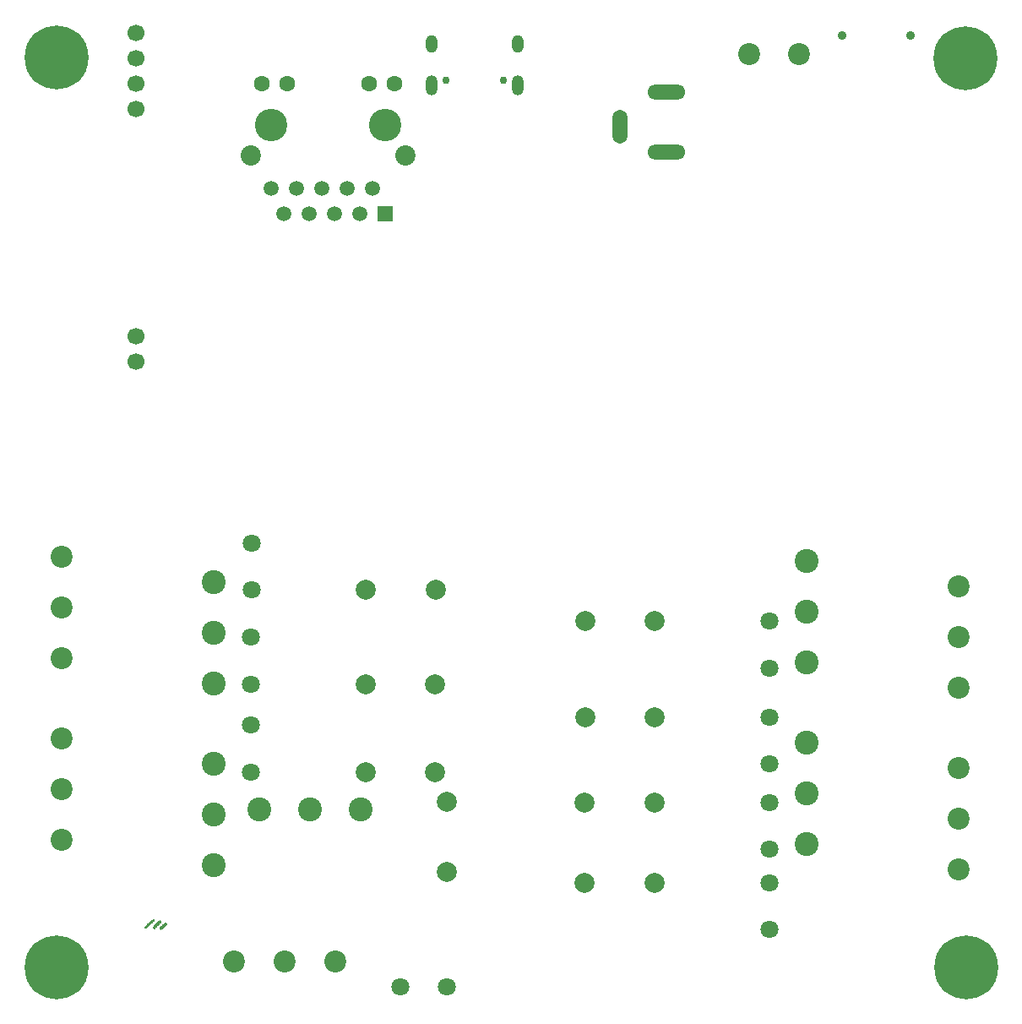
<source format=gbr>
%TF.GenerationSoftware,KiCad,Pcbnew,9.0.2*%
%TF.CreationDate,2025-12-13T10:39:55-05:00*%
%TF.ProjectId,Nif-T,4e69662d-542e-46b6-9963-61645f706362,rev?*%
%TF.SameCoordinates,Original*%
%TF.FileFunction,Soldermask,Bot*%
%TF.FilePolarity,Negative*%
%FSLAX46Y46*%
G04 Gerber Fmt 4.6, Leading zero omitted, Abs format (unit mm)*
G04 Created by KiCad (PCBNEW 9.0.2) date 2025-12-13 10:39:55*
%MOMM*%
%LPD*%
G01*
G04 APERTURE LIST*
%ADD10C,0.000000*%
%ADD11C,1.800000*%
%ADD12C,2.000000*%
%ADD13C,2.200000*%
%ADD14C,2.400000*%
%ADD15C,0.800000*%
%ADD16C,6.400000*%
%ADD17C,3.250000*%
%ADD18R,1.500000X1.500000*%
%ADD19C,1.500000*%
%ADD20C,1.600000*%
%ADD21C,2.030000*%
%ADD22O,3.800000X1.500000*%
%ADD23O,1.500000X3.400000*%
%ADD24C,0.750000*%
%ADD25O,1.200000X2.000000*%
%ADD26O,1.200000X1.800000*%
%ADD27C,0.900000*%
%ADD28C,1.700000*%
G04 APERTURE END LIST*
D10*
%TO.C,G\u002A\u002A\u002A*%
G36*
X165409494Y-141114597D02*
G01*
X165445896Y-141145867D01*
X165447286Y-141147254D01*
X165482964Y-141189521D01*
X165498991Y-141229642D01*
X165494206Y-141272950D01*
X165467446Y-141324775D01*
X165417551Y-141390448D01*
X165386323Y-141426990D01*
X165355058Y-141466684D01*
X165335773Y-141498682D01*
X165332789Y-141508852D01*
X165319646Y-141527451D01*
X165309830Y-141529442D01*
X165284401Y-141542729D01*
X165277403Y-141554150D01*
X165255124Y-141574239D01*
X165233193Y-141578858D01*
X165200092Y-141590029D01*
X165160231Y-141617872D01*
X165149048Y-141628275D01*
X165115098Y-141658925D01*
X165089509Y-141676250D01*
X165084427Y-141677691D01*
X165070931Y-141691052D01*
X165069222Y-141702399D01*
X165056037Y-141724237D01*
X165044514Y-141727107D01*
X165022555Y-141738177D01*
X165019677Y-141747697D01*
X165005777Y-141769145D01*
X164963071Y-141795707D01*
X164908758Y-141820685D01*
X164886578Y-141815529D01*
X164878169Y-141802941D01*
X164857767Y-141780002D01*
X164845086Y-141776524D01*
X164824787Y-141763300D01*
X164822140Y-141751815D01*
X164813246Y-141729895D01*
X164805668Y-141727107D01*
X164791055Y-141740449D01*
X164789196Y-141751815D01*
X164775463Y-141771938D01*
X164756252Y-141776524D01*
X164728722Y-141764876D01*
X164723308Y-141743579D01*
X164733607Y-141716750D01*
X164748016Y-141710635D01*
X164762916Y-141702502D01*
X164770588Y-141673961D01*
X164772724Y-141620039D01*
X164774942Y-141565403D01*
X164782726Y-141537275D01*
X164797432Y-141529442D01*
X164817554Y-141515709D01*
X164822140Y-141496498D01*
X164832440Y-141469668D01*
X164846849Y-141463553D01*
X164868728Y-141452301D01*
X164871557Y-141442591D01*
X164884817Y-141421939D01*
X164917672Y-141397121D01*
X164927523Y-141391489D01*
X164974283Y-141355369D01*
X165011838Y-141308592D01*
X165013630Y-141305382D01*
X165041898Y-141265550D01*
X165074764Y-141250353D01*
X165089440Y-141249416D01*
X165125904Y-141241545D01*
X165135111Y-141224708D01*
X165148358Y-141203058D01*
X165160609Y-141200000D01*
X165188189Y-141188341D01*
X165220432Y-141160052D01*
X165222405Y-141157801D01*
X165277200Y-141119267D01*
X165327888Y-141106322D01*
X165375808Y-141103353D01*
X165409494Y-141114597D01*
G37*
G36*
X164847012Y-140862392D02*
G01*
X164887318Y-140882911D01*
X164909003Y-140919253D01*
X164921680Y-140971865D01*
X164924711Y-141028939D01*
X164917458Y-141078663D01*
X164899519Y-141109060D01*
X164876371Y-141141522D01*
X164871557Y-141164753D01*
X164864686Y-141190310D01*
X164838038Y-141199471D01*
X164822140Y-141200000D01*
X164783973Y-141206891D01*
X164772724Y-141222945D01*
X164759437Y-141248374D01*
X164748016Y-141255373D01*
X164726189Y-141272799D01*
X164723308Y-141281843D01*
X164710940Y-141308065D01*
X164681388Y-141339474D01*
X164645981Y-141364752D01*
X164635428Y-141369635D01*
X164608094Y-141391893D01*
X164588744Y-141421911D01*
X164567662Y-141452513D01*
X164547706Y-141463553D01*
X164529809Y-141477289D01*
X164525642Y-141496498D01*
X164518419Y-141523259D01*
X164508384Y-141529442D01*
X164486357Y-141540529D01*
X164455873Y-141567532D01*
X164452960Y-141570622D01*
X164421883Y-141598703D01*
X164397541Y-141611696D01*
X164396095Y-141611802D01*
X164378356Y-141623607D01*
X164377393Y-141629061D01*
X164365847Y-141651085D01*
X164338521Y-141681719D01*
X164306381Y-141710341D01*
X164280396Y-141726329D01*
X164276155Y-141727107D01*
X164263665Y-141740484D01*
X164262088Y-141751815D01*
X164253194Y-141773736D01*
X164245616Y-141776524D01*
X164229747Y-141763884D01*
X164229144Y-141759265D01*
X164217598Y-141737241D01*
X164190272Y-141706607D01*
X164158132Y-141677985D01*
X164132147Y-141661997D01*
X164127906Y-141661219D01*
X164120313Y-141646296D01*
X164115206Y-141607686D01*
X164113839Y-141567523D01*
X164118957Y-141496550D01*
X164136648Y-141443224D01*
X164150902Y-141419387D01*
X164177736Y-141384853D01*
X164198845Y-141366005D01*
X164202620Y-141364833D01*
X164225242Y-141351520D01*
X164248230Y-141321429D01*
X164261125Y-141288898D01*
X164261565Y-141284024D01*
X164272959Y-141259469D01*
X164301156Y-141224034D01*
X164317417Y-141207246D01*
X164352993Y-141169319D01*
X164377858Y-141136660D01*
X164382788Y-141127339D01*
X164400090Y-141104618D01*
X164409821Y-141101167D01*
X164424890Y-141087833D01*
X164426810Y-141076459D01*
X164439995Y-141054621D01*
X164451518Y-141051751D01*
X164473438Y-141042856D01*
X164476226Y-141035278D01*
X164489424Y-141020345D01*
X164499013Y-141018806D01*
X164521138Y-141005006D01*
X164530415Y-140985862D01*
X164551738Y-140958306D01*
X164571754Y-140952918D01*
X164603112Y-140941958D01*
X164613960Y-140928210D01*
X164636632Y-140906287D01*
X164649843Y-140903502D01*
X164682727Y-140892531D01*
X164700953Y-140878793D01*
X164739176Y-140859946D01*
X164792724Y-140854586D01*
X164847012Y-140862392D01*
G37*
G36*
X164253852Y-140763489D02*
G01*
X164258918Y-140833495D01*
X164258496Y-140878936D01*
X164250330Y-140902071D01*
X164246563Y-140903502D01*
X164233948Y-140917716D01*
X164229144Y-140949032D01*
X164223324Y-140981248D01*
X164200394Y-141004441D01*
X164163143Y-141023157D01*
X164119806Y-141040711D01*
X164089446Y-141050799D01*
X164083857Y-141051751D01*
X164069727Y-141065504D01*
X164052017Y-141099378D01*
X164048817Y-141107195D01*
X164012627Y-141160180D01*
X163971618Y-141184394D01*
X163935024Y-141204168D01*
X163916673Y-141224691D01*
X163916174Y-141227782D01*
X163902984Y-141247099D01*
X163892239Y-141249416D01*
X163870375Y-141263029D01*
X163846216Y-141296772D01*
X163840946Y-141307068D01*
X163817966Y-141344149D01*
X163795302Y-141363783D01*
X163790756Y-141364721D01*
X163770068Y-141374245D01*
X163767925Y-141381193D01*
X163754481Y-141395558D01*
X163741675Y-141397665D01*
X163716467Y-141411454D01*
X163707107Y-141429470D01*
X163689548Y-141460227D01*
X163675705Y-141470133D01*
X163654952Y-141492306D01*
X163652620Y-141504217D01*
X163640555Y-141526406D01*
X163629674Y-141529442D01*
X163604245Y-141542729D01*
X163597247Y-141554150D01*
X163575002Y-141574107D01*
X163552377Y-141578858D01*
X163521252Y-141590182D01*
X163480320Y-141619151D01*
X163455550Y-141642166D01*
X163398795Y-141692788D01*
X163352835Y-141714791D01*
X163314092Y-141709201D01*
X163289594Y-141689682D01*
X163265667Y-141654737D01*
X163257290Y-141626931D01*
X163244651Y-141597607D01*
X163232581Y-141589374D01*
X163210669Y-141567360D01*
X163207873Y-141554667D01*
X163220829Y-141532498D01*
X163232581Y-141529442D01*
X163253249Y-141515905D01*
X163257290Y-141499604D01*
X163267491Y-141468900D01*
X163291521Y-141433472D01*
X163319516Y-141405811D01*
X163337765Y-141397665D01*
X163359442Y-141385872D01*
X163393509Y-141355889D01*
X163432496Y-141315810D01*
X163468931Y-141273730D01*
X163495343Y-141237741D01*
X163504371Y-141217167D01*
X163518592Y-141204541D01*
X163549670Y-141199476D01*
X163608689Y-141185181D01*
X163649255Y-141146696D01*
X163657242Y-141129993D01*
X163674217Y-141105710D01*
X163685048Y-141101167D01*
X163700815Y-141088163D01*
X163702037Y-141080480D01*
X163715622Y-141060084D01*
X163748472Y-141039250D01*
X163750059Y-141038536D01*
X163794751Y-141008381D01*
X163826703Y-140972744D01*
X163857878Y-140932509D01*
X163898933Y-140889837D01*
X163941566Y-140852230D01*
X163977479Y-140827190D01*
X163994417Y-140821154D01*
X164021043Y-140810395D01*
X164044450Y-140791698D01*
X164077710Y-140771972D01*
X164130908Y-140763521D01*
X164163873Y-140762871D01*
X164253852Y-140763489D01*
G37*
%TD*%
D11*
%TO.C,RLY6*%
X173900000Y-117200000D03*
D12*
X185400000Y-117200000D03*
X192400000Y-117200000D03*
D11*
X173900000Y-112500000D03*
%TD*%
D13*
%TO.C,U8*%
X244820000Y-135750000D03*
X244820000Y-130670000D03*
X244820000Y-125590000D03*
D14*
X229580000Y-123050000D03*
X229580000Y-128130000D03*
X229580000Y-133210000D03*
%TD*%
D15*
%TO.C,H4*%
X243200000Y-145600000D03*
X243902944Y-143902944D03*
X243902944Y-147297056D03*
X245600000Y-143200000D03*
D16*
X245600000Y-145600000D03*
D15*
X245600000Y-148000000D03*
X247297056Y-143902944D03*
X247297056Y-147297056D03*
X248000000Y-145600000D03*
%TD*%
%TO.C,H3*%
X152000000Y-145600000D03*
X152702944Y-143902944D03*
X152702944Y-147297056D03*
X154400000Y-143200000D03*
D16*
X154400000Y-145600000D03*
D15*
X154400000Y-148000000D03*
X156097056Y-143902944D03*
X156097056Y-147297056D03*
X156800000Y-145600000D03*
%TD*%
D11*
%TO.C,RLY4*%
X225850000Y-137100000D03*
D12*
X214350000Y-137100000D03*
X207350000Y-137100000D03*
D11*
X225850000Y-141800000D03*
%TD*%
%TO.C,RLY5*%
X173950000Y-107750000D03*
D12*
X185450000Y-107750000D03*
X192450000Y-107750000D03*
D11*
X173950000Y-103050000D03*
%TD*%
%TO.C,RLY1*%
X225900000Y-110900000D03*
D12*
X214400000Y-110900000D03*
X207400000Y-110900000D03*
D11*
X225900000Y-115600000D03*
%TD*%
D15*
%TO.C,H2*%
X243102944Y-54497056D03*
X243805888Y-52800000D03*
X243805888Y-56194112D03*
X245502944Y-52097056D03*
D16*
X245502944Y-54497056D03*
D15*
X245502944Y-56897056D03*
X247200000Y-52800000D03*
X247200000Y-56194112D03*
X247902944Y-54497056D03*
%TD*%
%TO.C,H1*%
X152000000Y-54400000D03*
X152702944Y-52702944D03*
X152702944Y-56097056D03*
X154400000Y-52000000D03*
D16*
X154400000Y-54400000D03*
D15*
X154400000Y-56800000D03*
X156097056Y-52702944D03*
X156097056Y-56097056D03*
X156800000Y-54400000D03*
%TD*%
D11*
%TO.C,RLY8*%
X193550000Y-147500000D03*
D12*
X193550000Y-136000000D03*
X193550000Y-129000000D03*
D11*
X188850000Y-147500000D03*
%TD*%
%TO.C,RLY3*%
X225850000Y-129050000D03*
D12*
X214350000Y-129050000D03*
X207350000Y-129050000D03*
D11*
X225850000Y-133750000D03*
%TD*%
D13*
%TO.C,U11*%
X172250000Y-145000000D03*
X177330000Y-145000000D03*
X182410000Y-145000000D03*
D14*
X184950000Y-129760000D03*
X179870000Y-129760000D03*
X174790000Y-129760000D03*
%TD*%
D13*
%TO.C,J2*%
X228822500Y-54037500D03*
X223822500Y-54037500D03*
%TD*%
D11*
%TO.C,RLY2*%
X225900000Y-120500000D03*
D12*
X214400000Y-120500000D03*
X207400000Y-120500000D03*
D11*
X225900000Y-125200000D03*
%TD*%
D17*
%TO.C,RJ1*%
X187350000Y-61127500D03*
X175950000Y-61127500D03*
D18*
X187370000Y-70017500D03*
D19*
X186100000Y-67477500D03*
X184830000Y-70017500D03*
X183560000Y-67477500D03*
X182290000Y-70017500D03*
X181020000Y-67477500D03*
X179750000Y-70017500D03*
X178480000Y-67477500D03*
X177210000Y-70017500D03*
X175940000Y-67477500D03*
D20*
X188280000Y-57037500D03*
X185740000Y-57037500D03*
X177560000Y-57037500D03*
X175020000Y-57037500D03*
D21*
X189400000Y-64177500D03*
X173900000Y-64177500D03*
%TD*%
D11*
%TO.C,RLY7*%
X173900000Y-126000000D03*
D12*
X185400000Y-126000000D03*
X192400000Y-126000000D03*
D11*
X173900000Y-121300000D03*
%TD*%
D22*
%TO.C,J1*%
X215600000Y-63837500D03*
X215600000Y-57837500D03*
D23*
X210940000Y-61337500D03*
%TD*%
D24*
%TO.C,P1*%
X199260000Y-56700000D03*
X193460000Y-56700000D03*
D25*
X200690000Y-57200000D03*
D26*
X200690000Y-53020000D03*
D25*
X192030000Y-57200000D03*
D26*
X192030000Y-53020000D03*
%TD*%
D27*
%TO.C,SW4*%
X240000000Y-52187500D03*
X233200000Y-52187500D03*
%TD*%
D28*
%TO.C,U3*%
X162400000Y-51920000D03*
X162400000Y-54460000D03*
X162400000Y-57000000D03*
X162400000Y-59540000D03*
X162400000Y-82340000D03*
X162400000Y-84880000D03*
%TD*%
D13*
%TO.C,U7*%
X244820000Y-117550000D03*
X244820000Y-112470000D03*
X244820000Y-107390000D03*
D14*
X229580000Y-104850000D03*
X229580000Y-109930000D03*
X229580000Y-115010000D03*
%TD*%
D13*
%TO.C,U10*%
X154960000Y-122650000D03*
X154960000Y-127730000D03*
X154960000Y-132810000D03*
D14*
X170200000Y-135350000D03*
X170200000Y-130270000D03*
X170200000Y-125190000D03*
%TD*%
D13*
%TO.C,U9*%
X154960000Y-104450000D03*
X154960000Y-109530000D03*
X154960000Y-114610000D03*
D14*
X170200000Y-117150000D03*
X170200000Y-112070000D03*
X170200000Y-106990000D03*
%TD*%
M02*

</source>
